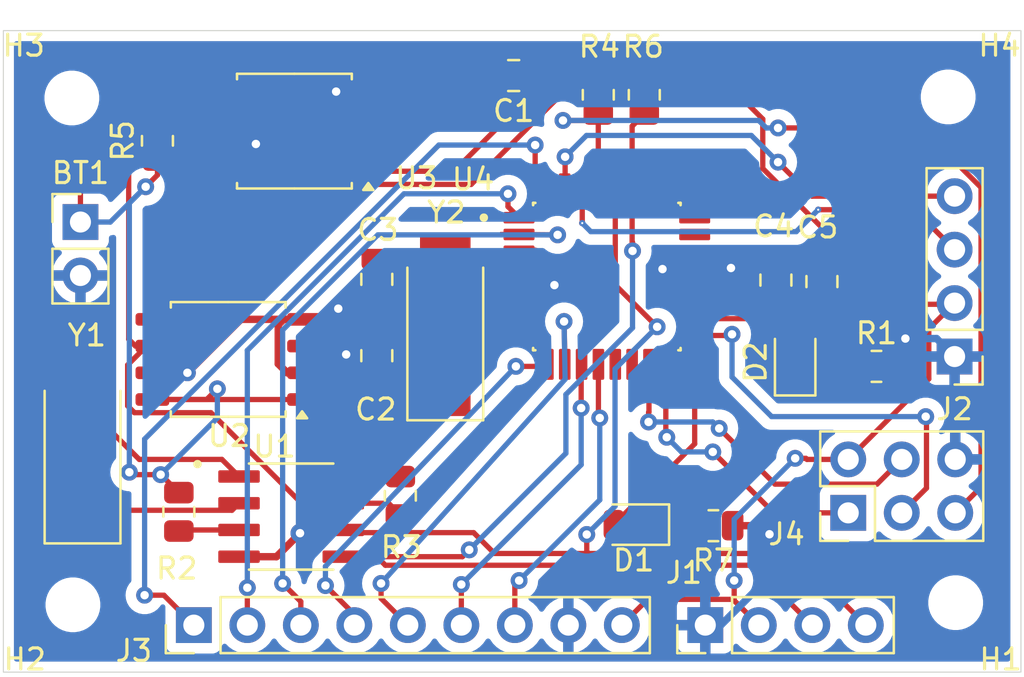
<source format=kicad_pcb>
(kicad_pcb (version 20240108) (generator "pcbnew") (generator_version "8.0")
  (title_block (title "${project_name}") (date "2025-02-08") (rev "1") (comment 1 "Afsal Lais") (comment 2 "2 layer version"))
  (layers (0 "F.Cu" signal) (31 "B.Cu" signal) (34 "B.Paste" user) (35 "F.Paste" user) (36 "B.SilkS" user "B.Silkscreen") (37 "F.SilkS" user "F.Silkscreen") (38 "B.Mask" user) (39 "F.Mask" user) (44 "Edge.Cuts" user))
  (property "project_name" "MCU Datalogger with memory and clock")
  (net 0 "")
  (net 1 "GND")
  (net 2 "/VCC")
  (net 3 "Net-(U4-PB7)")
  (net 4 "Net-(U4-PB6)")
  (net 5 "Net-(U4-AREF)")
  (net 6 "/SCK")
  (net 7 "Net-(D1-K)")
  (net 8 "Net-(D2-K)")
  (net 9 "/SCL")
  (net 10 "/SDA")
  (net 11 "/TX")
  (net 12 "/RX")
  (net 13 "/D8")
  (net 14 "/D7")
  (net 15 "/D4")
  (net 16 "/D2")
  (net 17 "/D6")
  (net 18 "/D3")
  (net 19 "/D5")
  (net 20 "/MOSI")
  (net 21 "/RESET")
  (net 22 "/MISO")
  (net 23 "Net-(U1-~{INTA})")
  (net 24 "Net-(U1-SQW{slash}~INT)")
  (net 25 "Net-(U1-X1)")
  (net 26 "Net-(U1-X2)")
  (footprint "Connector_PinHeader_2.54mm:PinHeader_2x03_P2.54mm_Vertical" (layer "F.Cu") (at 66.578 46.0756 90)
    (property "Reference" "J4" (at -1.016 -2.9256 180) (layer "F.SilkS"))
    (property "Value" "Conn_02x03_Odd_Even" (hide yes))
    (pad "1" thru_hole rect (at 0 0 90) (size 1.7 1.7) (drill 1) (layers "*.Cu" "*.Mask") (net 22 "/MISO"))
    (pad "2" thru_hole oval (at 2.54 0 90) (size 1.7 1.7) (drill 1) (layers "*.Cu" "*.Mask") (net 2 "/VCC"))
    (pad "3" thru_hole oval (at 0 2.54 90) (size 1.7 1.7) (drill 1) (layers "*.Cu" "*.Mask") (net 6 "/SCK"))
    (pad "4" thru_hole oval (at 2.54 2.54 90) (size 1.7 1.7) (drill 1) (layers "*.Cu" "*.Mask") (net 20 "/MOSI"))
    (pad "5" thru_hole oval (at 0 5.08 90) (size 1.7 1.7) (drill 1) (layers "*.Cu" "*.Mask") (net 21 "/RESET"))
    (pad "6" thru_hole oval (at 2.54 5.08 90) (size 1.7 1.7) (drill 1) (layers "*.Cu" "*.Mask") (net 1 "GND"))
  )
  (footprint "Capacitor_SMD:C_0805_2012Metric" (layer "F.Cu") (at 44.196 34.9808 -90)
    (property "Reference" "C3" (at -2.352 -0.0508 0) (layer "F.SilkS"))
    (property "Value" "22pF")
    (pad "1" smd roundrect (at -0.95 0 270) (size 1 1.45) (layers "F.Cu" "F.Paste" "F.Mask") (net 4 "Net-(U4-PB6)"))
    (pad "2" smd roundrect (at 0.95 0 270) (size 1 1.45) (layers "F.Cu" "F.Paste" "F.Mask") (net 1 "GND"))
  )
  (footprint "LED_SMD:LED_0805_2012Metric" (layer "F.Cu") (at 64.0588 38.8112 90)
    (property "Reference" "D2" (at -0.1016 -1.8796 90) (layer "F.SilkS"))
    (property "Value" "LED" (hide yes))
    (pad "1" smd roundrect (at -0.9375 0 90) (size 0.975 1.4) (layers "F.Cu" "F.Paste" "F.Mask") (net 8 "Net-(D2-K)"))
    (pad "2" smd roundrect (at 0.9375 0 90) (size 0.975 1.4) (layers "F.Cu" "F.Paste" "F.Mask") (net 2 "/VCC"))
  )
  (footprint "MountingHole:MountingHole_2.1mm" (layer "F.Cu") (at 71.3232 26.3144)
    (property "Reference" "H4" (at 2.4384 -2.4384 0) (layer "F.SilkS"))
    (property "Value" "MountingHole" (hide yes))
    (pad "" np_thru_hole circle (at 0 0) (size 2.1 2.1) (drill 2.1) (layers "*.Cu" "*.Mask"))
  )
  (footprint "Resistor_SMD:R_0805_2012Metric" (layer "F.Cu") (at 54.7116 26.2128 90)
    (property "Reference" "R4" (at 2.286 0.0508 180) (layer "F.SilkS"))
    (property "Value" "10K")
    (pad "1" smd roundrect (at -0.9125 0 90) (size 1.025 1.4) (layers "F.Cu" "F.Paste" "F.Mask") (roundrect_rratio 0.243902) (net 21 "/RESET"))
    (pad "2" smd roundrect (at 0.9125 0 90) (size 1.025 1.4) (layers "F.Cu" "F.Paste" "F.Mask") (roundrect_rratio 0.243902) (net 2 "/VCC"))
  )
  (footprint "Capacitor_SMD:C_0805_2012Metric" (layer "F.Cu") (at 44.196 38.608 -90)
    (property "Reference" "C2" (at 2.5552 0.0508 180) (layer "F.SilkS"))
    (property "Value" "22pF")
    (pad "1" smd roundrect (at -0.95 0 270) (size 1 1.45) (layers "F.Cu" "F.Paste" "F.Mask") (net 1 "GND"))
    (pad "2" smd roundrect (at 0.95 0 270) (size 1 1.45) (layers "F.Cu" "F.Paste" "F.Mask") (net 3 "Net-(U4-PB7)"))
  )
  (footprint "Connector_PinHeader_2.54mm:PinHeader_1x02_P2.54mm_Vertical" (layer "F.Cu") (at 30.126 32.258)
    (property "Reference" "BT1" (at 0 -2.33 0) (layer "F.SilkS"))
    (property "Value" "Battery")
    (pad "1" thru_hole rect (at 0 0) (size 1.7 1.7) (drill 1) (layers "*.Cu" "*.Mask") (net 2 "/VCC"))
    (pad "2" thru_hole oval (at 0 2.54) (size 1.7 1.7) (drill 1) (layers "*.Cu" "*.Mask") (net 1 "GND"))
  )
  (footprint "Resistor_SMD:R_0805_2012Metric" (layer "F.Cu") (at 56.896 26.2128 -90)
    (property "Reference" "R6" (at -2.286 0.0508 180) (layer "F.SilkS"))
    (property "Value" "4.7")
    (pad "1" smd roundrect (at -0.9125 0 270) (size 1.025 1.4) (layers "F.Cu" "F.Paste" "F.Mask") (roundrect_rratio 0.243902) (net 2 "/VCC"))
    (pad "2" smd roundrect (at 0.9125 0 270) (size 1.025 1.4) (layers "F.Cu" "F.Paste" "F.Mask") (roundrect_rratio 0.243902) (net 10 "/SDA"))
  )
  (footprint "Capacitor_SMD:C_0805_2012Metric" (layer "F.Cu") (at 50.694 25.2984 180)
    (property "Reference" "C1" (at 0 -1.68 0) (layer "F.SilkS"))
    (property "Value" "0.1uF")
    (pad "1" smd roundrect (at -0.95 0 180) (size 1 1.45) (layers "F.Cu" "F.Paste" "F.Mask") (net 2 "/VCC"))
    (pad "2" smd roundrect (at 0.95 0 180) (size 1 1.45) (layers "F.Cu" "F.Paste" "F.Mask") (net 1 "GND"))
  )
  (footprint "Connector_PinHeader_2.54mm:PinHeader_1x09_P2.54mm_Vertical" (layer "F.Cu") (at 35.5092 51.4096 90)
    (property "Reference" "J3" (at -1.2192 -2.8448 180) (layer "F.SilkS"))
    (property "Value" "Conn_01x09_Pin" (hide yes))
    (pad "1" thru_hole rect (at 0 0 90) (size 1.7 1.7) (drill 1) (layers "*.Cu" "*.Mask") (net 16 "/D2"))
    (pad "2" thru_hole oval (at 0 2.54 90) (size 1.7 1.7) (drill 1) (layers "*.Cu" "*.Mask") (net 18 "/D3"))
    (pad "3" thru_hole oval (at 0 5.08 90) (size 1.7 1.7) (drill 1) (layers "*.Cu" "*.Mask") (net 15 "/D4"))
    (pad "4" thru_hole oval (at 0 7.62 90) (size 1.7 1.7) (drill 1) (layers "*.Cu" "*.Mask") (net 19 "/D5"))
    (pad "5" thru_hole oval (at 0 10.16 90) (size 1.7 1.7) (drill 1) (layers "*.Cu" "*.Mask") (net 17 "/D6"))
    (pad "6" thru_hole oval (at 0 12.7 90) (size 1.7 1.7) (drill 1) (layers "*.Cu" "*.Mask") (net 14 "/D7"))
    (pad "7" thru_hole oval (at 0 15.24 90) (size 1.7 1.7) (drill 1) (layers "*.Cu" "*.Mask") (net 13 "/D8"))
    (pad "8" thru_hole oval (at 0 17.78 90) (size 1.7 1.7) (drill 1) (layers "*.Cu" "*.Mask") (net 1 "GND"))
    (pad "9" thru_hole oval (at 0 20.32 90) (size 1.7 1.7) (drill 1) (layers "*.Cu" "*.Mask") (net 2 "/VCC"))
  )
  (footprint "Resistor_SMD:R_0805_2012Metric" (layer "F.Cu") (at 60.1768 46.6852 180)
    (property "Reference" "R7" (at 0 -1.65 0) (layer "F.SilkS"))
    (property "Value" "330")
    (pad "1" smd roundrect (at -0.9125 0 180) (size 1.025 1.4) (layers "F.Cu" "F.Paste" "F.Mask") (roundrect_rratio 0.243902) (net 1 "GND"))
    (pad "2" smd roundrect (at 0.9125 0 180) (size 1.025 1.4) (layers "F.Cu" "F.Paste" "F.Mask") (roundrect_rratio 0.243902) (net 7 "Net-(D1-K)"))
  )
  (footprint "Capacitor_SMD:C_0805_2012Metric" (layer "F.Cu") (at 63.1444 35.0164 90)
    (property "Reference" "C4" (at 2.5552 -0.1016 180) (layer "F.SilkS"))
    (property "Value" "0.1uF")
    (pad "1" smd roundrect (at -0.95 0 90) (size 1 1.45) (layers "F.Cu" "F.Paste" "F.Mask") (net 5 "Net-(U4-AREF)"))
    (pad "2" smd roundrect (at 0.95 0 90) (size 1 1.45) (layers "F.Cu" "F.Paste" "F.Mask") (net 1 "GND"))
  )
  (footprint "Resistor_SMD:R_0805_2012Metric" (layer "F.Cu") (at 67.9177 39.116)
    (property "Reference" "R1" (at 0.0019 -1.5748 0) (layer "F.SilkS"))
    (property "Value" "330")
    (pad "1" smd roundrect (at -0.9125 0) (size 1.025 1.4) (layers "F.Cu" "F.Paste" "F.Mask") (roundrect_rratio 0.243902) (net 8 "Net-(D2-K)"))
    (pad "2" smd roundrect (at 0.9125 0) (size 1.025 1.4) (layers "F.Cu" "F.Paste" "F.Mask") (roundrect_rratio 0.243902) (net 1 "GND"))
  )
  (footprint "MountingHole:MountingHole_2.1mm" (layer "F.Cu") (at 71.6788 50.3428)
    (property "Reference" "H1" (at 2.1336 2.6924 0) (layer "F.SilkS"))
    (property "Value" "MountingHole" (hide yes))
    (pad "" np_thru_hole circle (at 0 0) (size 2.1 2.1) (drill 2.1) (layers "*.Cu" "*.Mask"))
  )
  (footprint "ATMEGA328P-AU:QFP80P900X900X120-32N" (layer "F.Cu") (at 55.118 34.8488)
    (property "Reference" "U4" (at -6.35 -4.6228 0) (layer "F.SilkS"))
    (property "Value" "ATMEGA328P-AU")
    (pad "1" smd roundrect (at -4.17 -2.8) (size 1.47 0.55) (layers "F.Cu" "F.Paste" "F.Mask") (roundrect_rratio 0.125) (net 18 "/D3"))
    (pad "2" smd roundrect (at -4.17 -2) (size 1.47 0.55) (layers "F.Cu" "F.Paste" "F.Mask") (roundrect_rratio 0.125) (net 15 "/D4"))
    (pad "3" smd roundrect (at -4.17 -1.2) (size 1.47 0.55) (layers "F.Cu" "F.Paste" "F.Mask") (roundrect_rratio 0.125) (net 1 "GND"))
    (pad "4" smd roundrect (at -4.17 -0.4) (size 1.47 0.55) (layers "F.Cu" "F.Paste" "F.Mask") (roundrect_rratio 0.125))
    (pad "5" smd roundrect (at -4.17 0.4) (size 1.47 0.55) (layers "F.Cu" "F.Paste" "F.Mask") (roundrect_rratio 0.125) (net 1 "GND"))
    (pad "6" smd roundrect (at -4.17 1.2) (size 1.47 0.55) (layers "F.Cu" "F.Paste" "F.Mask") (roundrect_rratio 0.125))
    (pad "7" smd roundrect (at -4.17 2) (size 1.47 0.55) (layers "F.Cu" "F.Paste" "F.Mask") (roundrect_rratio 0.125) (net 4 "Net-(U4-PB6)"))
    (pad "8" smd roundrect (at -4.17 2.8) (size 1.47 0.55) (layers "F.Cu" "F.Paste" "F.Mask") (roundrect_rratio 0.125) (net 3 "Net-(U4-PB7)"))
    (pad "9" smd roundrect (at -2.8 4.17) (size 0.55 1.47) (layers "F.Cu" "F.Paste" "F.Mask") (roundrect_rratio 0.125) (net 19 "/D5"))
    (pad "10" smd roundrect (at -2 4.17) (size 0.55 1.47) (layers "F.Cu" "F.Paste" "F.Mask") (roundrect_rratio 0.125) (net 17 "/D6"))
    (pad "11" smd roundrect (at -1.2 4.17) (size 0.55 1.47) (layers "F.Cu" "F.Paste" "F.Mask") (roundrect_rratio 0.125) (net 14 "/D7"))
    (pad "12" smd roundrect (at -0.4 4.17) (size 0.55 1.47) (layers "F.Cu" "F.Paste" "F.Mask") (roundrect_rratio 0.125) (net 13 "/D8"))
    (pad "13" smd roundrect (at 0.4 4.17) (size 0.55 1.47) (layers "F.Cu" "F.Paste" "F.Mask") (roundrect_rratio 0.125))
    (pad "14" smd roundrect (at 1.2 4.17) (size 0.55 1.47) (layers "F.Cu" "F.Paste" "F.Mask") (roundrect_rratio 0.125))
    (pad "15" smd roundrect (at 2 4.17) (size 0.55 1.47) (layers "F.Cu" "F.Paste" "F.Mask") (roundrect_rratio 0.125) (net 20 "/MOSI"))
    (pad "16" smd roundrect (at 2.8 4.17) (size 0.55 1.47) (layers "F.Cu" "F.Paste" "F.Mask") (roundrect_rratio 0.125) (net 22 "/MISO"))
    (pad "17" smd roundrect (at 4.17 2.8) (size 1.47 0.55) (layers "F.Cu" "F.Paste" "F.Mask") (roundrect_rratio 0.125) (net 6 "/SCK"))
    (pad "18" smd roundrect (at 4.17 2) (size 1.47 0.55) (layers "F.Cu" "F.Paste" "F.Mask") (roundrect_rratio 0.125) (net 2 "/VCC"))
    (pad "19" smd roundrect (at 4.17 1.2) (size 1.47 0.55) (layers "F.Cu" "F.Paste" "F.Mask") (roundrect_rratio 0.125))
    (pad "20" smd roundrect (at 4.17 0.4) (size 1.47 0.55) (layers "F.Cu" "F.Paste" "F.Mask") (roundrect_rratio 0.125) (net 5 "Net-(U4-AREF)"))
    (pad "21" smd roundrect (at 4.17 -0.4) (size 1.47 0.55) (layers "F.Cu" "F.Paste" "F.Mask") (roundrect_rratio 0.125) (net 1 "GND"))
    (pad "22" smd roundrect (at 4.17 -1.2) (size 1.47 0.55) (layers "F.Cu" "F.Paste" "F.Mask") (roundrect_rratio 0.125))
    (pad "23" smd roundrect (at 4.17 -2) (size 1.47 0.55) (layers "F.Cu" "F.Paste" "F.Mask") (roundrect_rratio 0.125))
    (pad "24" smd roundrect (at 4.17 -2.8) (size 1.47 0.55) (layers "F.Cu" "F.Paste" "F.Mask") (roundrect_rratio 0.125))
    (pad "25" smd roundrect (at 2.8 -4.17) (size 0.55 1.47) (layers "F.Cu" "F.Paste" "F.Mask") (roundrect_rratio 0.125))
    (pad "26" smd roundrect (at 2 -4.17) (size 0.55 1.47) (layers "F.Cu" "F.Paste" "F.Mask") (roundrect_rratio 0.125))
    (pad "27" smd roundrect (at 1.2 -4.17) (size 0.55 1.47) (layers "F.Cu" "F.Paste" "F.Mask") (roundrect_rratio 0.125) (net 10 "/SDA"))
    (pad "28" smd roundrect (at 0.4 -4.17) (size 0.55 1.47) (layers "F.Cu" "F.Paste" "F.Mask") (roundrect_rratio 0.125) (net 9 "/SCL"))
    (pad "29" smd roundrect (at -0.4 -4.17) (size 0.55 1.47) (layers "F.Cu" "F.Paste" "F.Mask") (roundrect_rratio 0.125) (net 21 "/RESET"))
    (pad "30" smd roundrect (at -1.2 -4.17) (size 0.55 1.47) (layers "F.Cu" "F.Paste" "F.Mask") (roundrect_rratio 0.125) (net 12 "/RX"))
    (pad "31" smd roundrect (at -2 -4.17) (size 0.55 1.47) (layers "F.Cu" "F.Paste" "F.Mask") (roundrect_rratio 0.125) (net 11 "/TX"))
    (pad "32" smd roundrect (at -2.8 -4.17) (size 0.55 1.47) (layers "F.Cu" "F.Paste" "F.Mask") (roundrect_rratio 0.125) (net 16 "/D2"))
  )
  (footprint "MountingHole:MountingHole_2.1mm" (layer "F.Cu") (at 29.7688 50.4444)
    (property "Reference" "H2" (at -2.286 2.5908 0) (layer "F.SilkS"))
    (property "Value" "MountingHole" (hide yes))
    (pad "" np_thru_hole circle (at 0 0) (size 2.1 2.1) (drill 2.1) (layers "*.Cu" "*.Mask"))
  )
  (footprint "MountingHole:MountingHole_2.1mm" (layer "F.Cu") (at 29.718 26.3652)
    (property "Reference" "H3" (at -2.286 -2.4892 0) (layer "F.SilkS"))
    (property "Value" "MountingHole" (hide yes))
    (pad "" np_thru_hole circle (at 0 0) (size 2.1 2.1) (drill 2.1) (layers "*.Cu" "*.Mask"))
  )
  (footprint "LED_SMD:LED_0805_2012Metric" (layer "F.Cu") (at 56.388 46.6344 180)
    (property "Reference" "D1" (at 0 -1.7008 0) (layer "F.SilkS"))
    (property "Value" "LED")
    (pad "1" smd roundrect (at -0.9375 0 180) (size 0.975 1.4) (layers "F.Cu" "F.Paste" "F.Mask") (net 7 "Net-(D1-K)"))
    (pad "2" smd roundrect (at 0.9375 0 180) (size 0.975 1.4) (layers "F.Cu" "F.Paste" "F.Mask") (net 6 "/SCK"))
  )
  (footprint "Crystal:Crystal_SMD_5032-2Pin_5.0x3.2mm_HandSoldering" (layer "F.Cu") (at 30.226 42.9768 90)
    (property "Reference" "Y1" (at 5.334 0.2032 180) (layer "F.SilkS"))
    (property "Value" "32.768 KHz")
    (pad "1" smd rect (at -2.6 0 90) (size 3.5 2.4) (layers "F.Cu" "F.Paste" "F.Mask") (net 26 "Net-(U1-X2)"))
    (pad "2" smd rect (at 2.6 0 90) (size 3.5 2.4) (layers "F.Cu" "F.Paste" "F.Mask") (net 25 "Net-(U1-X1)"))
  )
  (footprint "Connector_PinHeader_2.54mm:PinHeader_1x04_P2.54mm_Vertical" (layer "F.Cu") (at 71.628 38.6488 180)
    (property "Reference" "J2" (at 0 -2.4992 0) (layer "F.SilkS"))
    (property "Value" "Conn_01x04_Pin" (hide yes))
    (pad "1" thru_hole rect (at 0 0 180) (size 1.7 1.7) (drill 1) (layers "*.Cu" "*.Mask") (net 1 "GND"))
    (pad "2" thru_hole oval (at 0 2.54 180) (size 1.7 1.7) (drill 1) (layers "*.Cu" "*.Mask") (net 2 "/VCC"))
    (pad "3" thru_hole oval (at 0 5.08 180) (size 1.7 1.7) (drill 1) (layers "*.Cu" "*.Mask") (net 12 "/RX"))
    (pad "4" thru_hole oval (at 0 7.62 180) (size 1.7 1.7) (drill 1) (layers "*.Cu" "*.Mask") (net 11 "/TX"))
  )
  (footprint "Connector_PinHeader_2.54mm:PinHeader_1x04_P2.54mm_Vertical" (layer "F.Cu") (at 59.7916 51.4096 90)
    (property "Reference" "J1" (at 2.4892 -1.016 0) (layer "F.SilkS"))
    (property "Value" "Conn_01x04_Pin" (hide yes))
    (pad "1" thru_hole rect (at 0 0 90) (size 1.7 1.7) (drill 1) (layers "*.Cu" "*.Mask") (net 1 "GND"))
    (pad "2" thru_hole oval (at 0 2.54 90) (size 1.7 1.7) (drill 1) (layers "*.Cu" "*.Mask") (net 2 "/VCC"))
    (pad "3" thru_hole oval (at 0 5.08 90) (size 1.7 1.7) (drill 1) (layers "*.Cu" "*.Mask") (net 10 "/SDA"))
    (pad "4" thru_hole oval (at 0 7.62 90) (size 1.7 1.7) (drill 1) (layers "*.Cu" "*.Mask") (net 9 "/SCL"))
  )
  (footprint "Resistor_SMD:R_0805_2012Metric" (layer "F.Cu") (at 45.3136 45.2647 -90)
    (property "Reference" "R3" (at 2.4365 -0.0508 180) (layer "F.SilkS"))
    (property "Value" "10K")
    (pad "1" smd roundrect (at -0.9125 0 270) (size 1.025 1.4) (layers "F.Cu" "F.Paste" "F.Mask") (roundrect_rratio 0.243902) (net 2 "/VCC"))
    (pad "2" smd roundrect (at 0.9125 0 270) (size 1.025 1.4) (layers "F.Cu" "F.Paste" "F.Mask") (roundrect_rratio 0.243902) (net 24 "Net-(U1-SQW{slash}~INT)"))
  )
  (footprint "Resistor_SMD:R_0805_2012Metric" (layer "F.Cu") (at 34.798 46.0267 -90)
    (property "Reference" "R2" (at 2.6905 0.1016 180) (layer "F.SilkS"))
    (property "Value" "10K")
    (pad "1" smd roundrect (at -0.9125 0 270) (size 1.025 1.4) (layers "F.Cu" "F.Paste" "F.Mask") (roundrect_rratio 0.243902) (net 2 "/VCC"))
    (pad "2" smd roundrect (at 0.9125 0 270) (size 1.025 1.4) (layers "F.Cu" "F.Paste" "F.Mask") (roundrect_rratio 0.243902) (net 23 "Net-(U1-~{INTA})"))
  )
  (footprint "Crystal:Crystal_SMD_5032-2Pin_5.0x3.2mm_HandSoldering" (layer "F.Cu") (at 47.4472 37.1256 90)
    (property "Reference" "Y2" (at 5.3248 0.0508 180) (layer "F.SilkS"))
    (property "Value" "16 MHz")
    (pad "1" smd rect (at -2.6 0 90) (size 3.5 2.4) (layers "F.Cu" "F.Paste" "F.Mask") (net 3 "Net-(U4-PB7)"))
    (pad "2" smd rect (at 2.6 0 90) (size 3.5 2.4) (layers "F.Cu" "F.Paste" "F.Mask") (net 4 "Net-(U4-PB6)"))
  )
  (footprint "Resistor_SMD:R_0805_2012Metric" (layer "F.Cu") (at 33.782 28.3991 90)
    (property "Reference" "R5" (at 0 -1.65 90) (layer "F.SilkS"))
    (property "Value" "4.7K")
    (pad "1" smd roundrect (at -0.9125 0 90) (size 1.025 1.4) (layers "F.Cu" "F.Paste" "F.Mask") (roundrect_rratio 0.243902) (net 2 "/VCC"))
    (pad "2" smd roundrect (at 0.9125 0 90) (size 1.025 1.4) (layers "F.Cu" "F.Paste" "F.Mask") (roundrect_rratio 0.243902) (net 9 "/SCL"))
  )
  (footprint "Package_SO:SOIC-8_5.23x5.23mm_P1.27mm" (layer "F.Cu") (at 40.2844 27.94 180)
    (property "Reference" "U3" (at -5.7912 -2.2352 0) (layer "F.SilkS"))
    (property "Value" "24LC1025")
    (pad "1" smd roundrect (at -3.6 -1.905 180) (size 1.6 0.6) (layers "F.Cu" "F.Paste" "F.Mask") (net 2 "/VCC"))
    (pad "2" smd roundrect (at -3.6 -0.635 180) (size 1.6 0.6) (layers "F.Cu" "F.Paste" "F.Mask") (net 2 "/VCC"))
    (pad "3" smd roundrect (at -3.6 0.635 180) (size 1.6 0.6) (layers "F.Cu" "F.Paste" "F.Mask") (net 2 "/VCC"))
    (pad "4" smd roundrect (at -3.6 1.905 180) (size 1.6 0.6) (layers "F.Cu" "F.Paste" "F.Mask") (net 1 "GND"))
    (pad "5" smd roundrect (at 3.6 1.905 180) (size 1.6 0.6) (layers "F.Cu" "F.Paste" "F.Mask") (net 10 "/SDA"))
    (pad "6" smd roundrect (at 3.6 0.635 180) (size 1.6 0.6) (layers "F.Cu" "F.Paste" "F.Mask") (net 9 "/SCL"))
    (pad "7" smd roundrect (at 3.6 -0.635 180) (size 1.6 0.6) (layers "F.Cu" "F.Paste" "F.Mask") (net 1 "GND"))
    (pad "8" smd roundrect (at 3.6 -1.905 180) (size 1.6 0.6) (layers "F.Cu" "F.Paste" "F.Mask") (net 2 "/VCC"))
  )
  (footprint "Package_SO:SOIC-8_5.23x5.23mm_P1.27mm" (layer "F.Cu") (at 37.1416 38.7858 180)
    (property "Reference" "U2" (at -0.044 -3.6322 0) (layer "F.SilkS"))
    (property "Value" "24LC1025")
    (pad "1" smd roundrect (at -3.6 -1.905 180) (size 1.6 0.6) (layers "F.Cu" "F.Paste" "F.Mask") (net 2 "/VCC"))
    (pad "2" smd roundrect (at -3.6 -0.635 180) (size 1.6 0.6) (layers "F.Cu" "F.Paste" "F.Mask") (net 1 "GND"))
    (pad "3" smd roundrect (at -3.6 0.635 180) (size 1.6 0.6) (layers "F.Cu" "F.Paste" "F.Mask") (net 2 "/VCC"))
    (pad "4" smd roundrect (at -3.6 1.905 180) (size 1.6 0.6) (layers "F.Cu" "F.Paste" "F.Mask") (net 1 "GND"))
    (pad "5" smd roundrect (at 3.6 1.905 180) (size 1.6 0.6) (layers "F.Cu" "F.Paste" "F.Mask") (net 10 "/SDA"))
    (pad "6" smd roundrect (at 3.6 0.635 180) (size 1.6 0.6) (layers "F.Cu" "F.Paste" "F.Mask") (net 9 "/SCL"))
    (pad "7" smd roundrect (at 3.6 -0.635 180) (size 1.6 0.6) (layers "F.Cu" "F.Paste" "F.Mask") (net 1 "GND"))
    (pad "8" smd roundrect (at 3.6 -1.905 180) (size 1.6 0.6) (layers "F.Cu" "F.Paste" "F.Mask") (net 2 "/VCC"))
  )
  (footprint "Capacitor_SMD:C_0805_2012Metric" (layer "F.Cu") (at 65.3288 35.0876 90)
    (property "Reference" "C5" (at 2.5756 -0.2032 180) (layer "F.SilkS"))
    (property "Value" "100nF")
    (pad "1" smd roundrect (at -0.95 0 90) (size 1 1.45) (layers "F.Cu" "F.Paste" "F.Mask") (net 2 "/VCC"))
    (pad "2" smd roundrect (at 0.95 0 90) (size 1 1.45) (layers "F.Cu" "F.Paste" "F.Mask") (net 1 "GND"))
  )
  (footprint "DS1337S_T_R:SOIC127P600X175-8N" (layer "F.Cu") (at 40.1298 46.2534)
    (property "Reference" "U1" (at -0.795 -3.332 0) (layer "F.SilkS"))
    (property "Value" "DS1337S_T_R" (hide yes))
    (pad "1" smd roundrect (at -2.475 -1.905) (size 1.97 0.59) (layers "F.Cu" "F.Paste" "F.Mask") (roundrect_rratio 0.125) (net 25 "Net-(U1-X1)"))
    (pad "2" smd roundrect (at -2.475 -0.635) (size 1.97 0.59) (layers "F.Cu" "F.Paste" "F.Mask") (roundrect_rratio 0.125) (net 26 "Net-(U1-X2)"))
    (pad "3" smd roundrect (at -2.475 0.635) (size 1.97 0.59) (layers "F.Cu" "F.Paste" "F.Mask") (roundrect_rratio 0.125) (net 23 "Net-(U1-~{INTA})"))
    (pad "4" smd roundrect (at -2.475 1.905) (size 1.97 0.59) (layers "F.Cu" "F.Paste" "F.Mask") (roundrect_rratio 0.125) (net 1 "GND"))
    (pad "5" smd roundrect (at 2.475 1.905) (size 1.97 0.59) (layers "F.Cu" "F.Paste" "F.Mask") (roundrect_rratio 0.125) (net 10 "/SDA"))
    (pad "6" smd roundrect (at 2.475 0.635) (size 1.97 0.59) (layers "F.Cu" "F.Paste" "F.Mask") (roundrect_rratio 0.125) (net 9 "/SCL"))
    (pad "7" smd roundrect (at 2.475 -0.635) (size 1.97 0.59) (layers "F.Cu" "F.Paste" "F.Mask") (roundrect_rratio 0.125) (net 24 "Net-(U1-SQW{slash}~INT)"))
    (pad "8" smd roundrect (at 2.475 -1.905) (size 1.97 0.59) (layers "F.Cu" "F.Paste" "F.Mask") (roundrect_rratio 0.125) (net 2 "/VCC"))
  )
  (gr_rect (start 26.4668 23.1629) (end 74.7776 53.6429) (stroke (width 0.05)) (fill none) (layer "Edge.Cuts"))
  (segment (start 36.7098 28.5496) (end 36.6844 28.575) (width 0.35) (layer "F.Cu") (net 1))
  (segment (start 40.7416 36.8808) (end 41.8592 36.8808) (width 0.35) (layer "F.Cu") (net 1))
  (segment (start 43.8844 26.035) (end 49.0074 26.035) (width 0.35) (layer "F.Cu") (net 1))
  (segment (start 57.7596 34.4932) (end 59.2436 34.4932) (width 0.35) (layer "F.Cu") (net 1))
  (segment (start 41.8592 36.8808) (end 42.3672 36.3728) (width 0.35) (layer "F.Cu") (net 1))
  (segment (start 61.0044 34.4488) (end 59.288 34.4488) (width 0.35) (layer "F.Cu") (net 1))
  (segment (start 68.8302 38.2562) (end 69.2912 37.7952) (width 0.35) (layer "F.Cu") (net 1))
  (segment (start 42.3672 36.3728) (end 43.754 36.3728) (width 0.35) (layer "F.Cu") (net 1))
  (segment (start 44.196 35.9308) (end 44.196 37.658) (width 0.35) (layer "F.Cu") (net 1))
  (segment (start 68.8302 39.116) (end 68.8302 38.2562) (width 0.35) (layer "F.Cu") (net 1))
  (segment (start 49.0074 26.035) (end 49.744 25.2984) (width 0.35) (layer "F.Cu") (net 1))
  (segment (start 38.4556 28.5496) (end 36.7098 28.5496) (width 0.35) (layer "F.Cu") (net 1))
  (segment (start 61.0108 34.4424) (end 61.0044 34.4488) (width 0.35) (layer "F.Cu") (net 1))
  (segment (start 51.720672 33.6488) (end 50.948 33.6488) (width 0.35) (layer "F.Cu") (net 1))
  (segment (start 39.5166 38.995799) (end 39.5166 37.1406) (width 0.35) (layer "F.Cu") (net 1))
  (segment (start 62.5284 34.4488) (end 61.0172 34.4488) (width 0.35) (layer "F.Cu") (net 1))
  (segment (start 39.7764 36.8808) (end 40.7416 36.8808) (width 0.35) (layer "F.Cu") (net 1))
  (segment (start 61.0893 46.6852) (end 62.4332 46.6852) (width 0.35) (layer "F.Cu") (net 1))
  (segment (start 65.2576 34.0664) (end 65.3288 34.1376) (width 0.35) (layer "F.Cu") (net 1))
  (segment (start 37.7444 36.8808) (end 35.2044 39.4208) (width 0.35) (layer "F.Cu") (net 1))
  (segment (start 71.658 43.5356) (end 71.658 38.6788) (width 0.35) (layer "F.Cu") (net 1))
  (segment (start 43.754 36.3728) (end 44.196 35.9308) (width 0.35) (layer "F.Cu") (net 1))
  (segment (start 52.6288 34.556928) (end 51.720672 33.6488) (width 0.35) (layer "F.Cu") (net 1))
  (segment (start 62.4332 46.6852) (end 62.8396 47.0916) (width 0.35) (layer "F.Cu") (net 1))
  (segment (start 61.0172 34.4488) (end 61.0108 34.4424) (width 0.35) (layer "F.Cu") (net 1))
  (segment (start 71.658 38.6788) (end 71.628 38.6488) (width 0.35) (layer "F.Cu") (net 1))
  (segment (start 59.2436 34.4932) (end 59.288 34.4488) (width 0.35) (layer "F.Cu") (net 1))
  (segment (start 39.5166 37.1406) (end 39.7764 36.8808) (width 0.35) (layer "F.Cu") (net 1))
  (segment (start 63.1444 34.0664) (end 62.9108 34.0664) (width 0.35) (layer "F.Cu") (net 1))
  (segment (start 50.9544 35.2552) (end 50.948 35.2488) (width 0.35) (layer "F.Cu") (net 1))
  (segment (start 39.433 48.1584) (end 40.5506 47.0408) (width 0.35) (layer "F.Cu") (net 1))
  (segment (start 52.6288 35.2552) (end 52.6288 34.556928) (width 0.35) (layer "F.Cu") (net 1))
  (segment (start 40.7416 39.4208) (end 39.941601 39.4208) (width 0.35) (layer "F.Cu") (net 1))
  (segment (start 39.941601 39.4208) (end 39.5166 38.995799) (width 0.35) (layer "F.Cu") (net 1))
  (segment (start 63.1444 34.0664) (end 65.2576 34.0664) (width 0.35) (layer "F.Cu") (net 1))
  (segment (start 35.2044 39.4208) (end 33.5416 39.4208) (width 0.35) (layer "F.Cu") (net 1))
  (segment (start 42.7416 38.549255) (end 42.7416 36.7472) (width 0.35) (layer "F.Cu") (net 1))
  (segment (start 42.7416 36.7472) (end 42.3672 36.3728) (width 0.35) (layer "F.Cu") (net 1))
  (segment (start 43.859 26.0604) (end 43.8844 26.035) (width 0.35) (layer "F.Cu") (net 1))
  (segment (start 40.7416 36.8808) (end 37.7444 36.8808) (width 0.35) (layer "F.Cu") (net 1))
  (segment (start 62.9108 34.0664) (end 62.5284 34.4488) (width 0.35) (layer "F.Cu") (net 1))
  (segment (start 37.6548 48.1584) (end 39.433 48.1584) (width 0.35) (layer "F.Cu") (net 1))
  (segment (start 42.2656 26.0604) (end 43.859 26.0604) (width 0.35) (layer "F.Cu") (net 1))
  (segment (start 52.6288 35.2552) (end 50.9544 35.2552) (width 0.35) (layer "F.Cu") (net 1))
  (via (at 40.5506 47.0408) (size 0.9) (drill 0.4) (layers "F.Cu" "B.Cu") (net 1))
  (via (at 62.8396 47.0916) (size 0.9) (drill 0.4) (layers "F.Cu" "B.Cu") (net 1))
  (via (at 57.7596 34.4932) (size 0.8) (drill 0.4) (layers "F.Cu" "B.Cu") (net 1))
  (via (at 38.4556 28.5496) (size 0.8) (drill 0.4) (layers "F.Cu" "B.Cu") (net 1))
  (via (at 69.2912 37.7952) (size 0.9) (drill 0.4) (layers "F.Cu" "B.Cu") (net 1))
  (via (at 52.6288 35.2552) (size 0.8) (drill 0.4) (layers "F.Cu" "B.Cu") (net 1))
  (via (at 61.0108 34.4424) (size 0.8) (drill 0.4) (layers "F.Cu" "B.Cu") (net 1))
  (via (at 42.3672 36.3728) (size 0.8) (drill 0.4) (layers "F.Cu" "B.Cu") (net 1))
  (via (at 42.2656 26.0604) (size 0.8) (drill 0.4) (layers "F.Cu" "B.Cu") (net 1))
  (via (at 35.2044 39.4208) (size 0.8) (drill 0.4) (layers "F.Cu" "B.Cu") (net 1))
  (via (at 42.7416 38.549255) (size 0.9) (drill 0.4) (layers "F.Cu" "B.Cu") (net 1))
  (segment (start 69.2912 37.7952) (end 70.7744 37.7952) (width 0.35) (layer "B.Cu") (net 1))
  (segment (start 40.5506 40.8498) (end 40.5506 47.0408) (width 0.35) (layer "B.Cu") (net 1))
  (segment (start 70.7744 37.7952) (end 71.628 38.6488) (width 0.35) (layer "B.Cu") (net 1))
  (segment (start 62.8396 47.0916) (end 62.8396 49.098477) (width 0.35) (layer "B.Cu") (net 1))
  (segment (start 42.7416 38.549255) (end 42.7416 38.6588) (width 0.35) (layer "B.Cu") (net 1))
  (segment (start 42.7416 38.6588) (end 40.5506 40.8498) (width 0.35) (layer "B.Cu") (net 1))
  (segment (start 60.528477 51.4096) (end 59.7916 51.4096) (width 0.35) (layer "B.Cu") (net 1))
  (segment (start 62.8396 49.098477) (end 60.528477 51.4096) (width 0.35) (layer "B.Cu") (net 1))
  (segment (start 71.5722 36.1646) (end 67.6558 36.1646) (width 0.25) (layer "F.Cu") (net 2))
  (segment (start 57.0542 50.1846) (end 61.1066 50.1846) (width 0.25) (layer "F.Cu") (net 2))
  (segment (start 43.8844 27.305) (end 43.8844 28.575) (width 0.25) (layer "F.Cu") (net 2))
  (segment (start 45.3098 44.3484) (end 45.3136 44.3522) (width 0.25) (layer "F.Cu") (net 2))
  (segment (start 61.1632 50.2412) (end 61.1632 49.2898) (width 0.25) (layer "F.Cu") (net 2))
  (segment (start 42.6048 44.3484) (end 45.3098 44.3484) (width 0.25) (layer "F.Cu") (net 2))
  (segment (start 51.644 26.06) (end 51.644 25.2984) (width 0.25) (layer "F.Cu") (net 2))
  (segment (start 33.782 30.0228) (end 33.2232 30.5816) (width 0.25) (layer "F.Cu") (net 2))
  (segment (start 62.520758 27.367158) (end 62.520758 29.713748) (width 0.25) (layer "F.Cu") (net 2))
  (segment (start 30.126 32.258) (end 30.126 29.61) (width 0.25) (layer "F.Cu") (net 2))
  (segment (start 43.8844 28.575) (end 43.8844 29.845) (width 0.25) (layer "F.Cu") (net 2))
  (segment (start 56.896 25.3003) (end 58.0117 25.3003) (width 0.25) (layer "F.Cu") (net 2))
  (segment (start 51.644 25.2984) (end 54.7097 25.2984) (width 0.25) (layer "F.Cu") (net 2))
  (segment (start 42.6048 44.3484) (end 41.9166 43.6602) (width 0.25) (layer "F.Cu") (net 2))
  (segment (start 36.1188 40.6908) (end 36.6268 40.1828) (width 0.25) (layer "F.Cu") (net 2))
  (segment (start 66.4288 34.9376) (end 65.3288 36.0376) (width 0.25) (layer "F.Cu") (net 2))
  (segment (start 71.628 36.1088) (end 71.5722 36.1646) (width 0.25) (layer "F.Cu") (net 2))
  (segment (start 67.6558 36.1646) (end 66.4288 34.9376) (width 0.25) (layer "F.Cu") (net 2))
  (segment (start 61.1066 50.1846) (end 62.3316 51.4096) (width 0.25) (layer "F.Cu") (net 2))
  (segment (start 33.782 29.3116) (end 33.782 30.0228) (width 0.25) (layer "F.Cu") (net 2))
  (segment (start 32.5628 44.2606) (end 32.4474 44.1452) (width 0.25) (layer "F.Cu") (net 2))
  (segment (start 32.8674 40.6908) (end 36.1188 40.6908) (width 0.25) (layer "F.Cu") (net 2))
  (segment (start 70.403 37.3338) (end 71.628 36.1088) (width 0.25) (layer "F.Cu") (net 2))
  (segment (start 33.9344 44.2606) (end 33.9444 44.2606) (width 0.25) (layer "F.Cu") (net 2))
  (segment (start 33.5416 40.6908) (end 32.8674 40.6908) (width 0.25) (layer "F.Cu") (net 2))
  (segment (start 35.6568 24.0792) (end 59.2328 24.0792) (width 0.25) (layer "F.Cu") (net 2))
  (segment (start 55.8292 51.4096) (end 57.0542 50.1846) (width 0.25) (layer "F.Cu") (net 2))
  (segment (start 63.0339 36.8488) (end 59.288 36.8488) (width 0.25) (layer "F.Cu") (net 2))
  (segment (start 30.126 29.61) (end 35.6568 24.0792) (width 0.25) (layer "F.Cu") (net 2))
  (segment (start 66.578 43.5356) (end 70.403 39.7106) (width 0.25) (layer "F.Cu") (net 2))
  (segment (start 64.0588 43.4848) (end 64.5668 43.4848) (width 0.25) (layer "F.Cu") (net 2))
  (segment (start 64.0588 37.8737) (end 64.0588 37.3076) (width 0.25) (layer "F.Cu") (net 2))
  (segment (start 47.859 29.845) (end 51.644 26.06) (width 0.25) (layer "F.Cu") (net 2))
  (segment (start 36.151 29.3116) (end 36.6844 29.845) (width 0.25) (layer "F.Cu") (net 2))
  (segment (start 33.9344 44.2606) (end 32.5628 44.2606) (width 0.25) (layer "F.Cu") (net 2))
  (segment (start 56.896 25.3003) (end 54.7116 25.3003) (width 0.25) (layer "F.Cu") (net 2))
  (segment (start 62.3316 51.4096) (end 61.1632 50.2412) (width 0.25) (layer "F.Cu") (net 2))
  (segment (start 40.7416 38.1508) (end 41.541599 38.1508) (width 0.25) (layer "F.Cu") (net 2))
  (segment (start 41.9166 38.525801) (end 41.9166 40.4302) (width 0.25) (layer "F.Cu") (net 2))
  (segment (start 64.5668 43.4848) (end 64.6176 43.5356) (width 0.25) (layer "F.Cu") (net 2))
  (segment (start 64.6176 43.5356) (end 66.578 43.5356) (width 0.25) (layer "F.Cu") (net 2))
  (segment (start 58.0117 25.3003) (end 59.2328 24.0792) (width 0.25) (layer "F.Cu") (net 2))
  (segment (start 41.9166 43.6602) (end 41.9166 40.4302) (width 0.25) (layer "F.Cu") (net 2))
  (segment (start 33.9444 44.2606) (end 34.798 45.1142) (width 0.25) (layer "F.Cu") (net 2))
  (segment (start 33.782 29.3116) (end 36.151 29.3116) (width 0.25) (layer "F.Cu") (net 2))
  (segment (start 33.5416 40.6908) (end 40.7416 40.6908) (width 0.25) (layer "F.Cu") (net 2))
  (segment (start 66.4288 33.62179) (end 66.4288 34.9376) (width 0.25) (layer "F.Cu") (net 2))
  (segment (start 62.520758 29.713748) (end 66.4288 33.62179) (width 0.25) (layer "F.Cu") (net 2))
  (segment (start 41.656 40.6908) (end 40.7416 40.6908) (width 0.25) (layer "F.Cu") (net 2))
  (segment (start 64.0588 37.8737) (end 63.0339 36.8488) (width 0.25) (layer "F.Cu") (net 2))
  (segment (start 70.403 39.7106) (end 70.403 37.3338) (width 0.25) (layer "F.Cu") (net 2))
  (segment (start 64.0588 37.3076) (end 65.3288 36.0376) (width 0.25) (layer "F.Cu") (net 2))
  (segment (start 54.7097 25.2984) (end 54.7116 25.3003) (width 0.25) (layer "F.Cu") (net 2))
  (segment (start 41.541599 38.1508) (end 41.9166 38.525801) (width 0.25) (layer "F.Cu") (net 2))
  (segment (start 43.8844 29.845) (end 47.859 29.845) (width 0.25) (layer "F.Cu") (net 2))
  (segment (start 41.9166 40.4302) (end 41.656 40.6908) (width 0.25) (layer "F.Cu") (net 2))
  (segment (start 59.2328 24.0792) (end 62.520758 27.367158) (width 0.25) (layer "F.Cu") (net 2))
  (via (at 61.1632 49.2898) (size 0.8) (drill 0.4) (layers "F.Cu" "B.Cu") (net 2))
  (via (at 32.4474 44.1452) (size 0.8) (drill 0.4) (layers "F.Cu" "B.Cu") (net 2))
  (via (at 36.6268 40.1828) (size 0.8) (drill 0.4) (layers "F.Cu" "B.Cu") (net 2))
  (via (at 33.9344 44.2606) (size 0.8) (drill 0.4) (layers "F.Cu" "B.Cu") (net 2))
  (via (at 33.2232 30.5816) (size 0.8) (drill 0.4) (layers "F.Cu" "B.Cu") (net 2))
  (via (at 64.0588 43.4848) (size 0.8) (drill 0.4) (layers "F.Cu" "B.Cu") (net 2))
  (segment (start 32.4474 31.3574) (end 33.2232 30.5816) (width 0.25) (layer "B.Cu") (net 2))
  (segment (start 36.6268 40.1828) (end 36.6268 41.5682) (width 0.25) (layer "B.Cu") (net 2))
  (segment (start 32.4474 44.1452) (end 32.4474 31.3574) (width 0.25) (layer "B.Cu") (net 2))
  (segment (start 33.2232 30.5816) (end 31.5468 32.258) (width 0.25) (layer "B.Cu") (net 2))
  (segment (start 61.1632 49.2898) (end 61.1632 46.3804) (width 0.25) (layer "B.Cu") (net 2))
  (segment (start 61.1632 46.3804) (end 64.0588 43.4848) (width 0.25) (layer "B.Cu") (net 2))
  (segment (start 36.6268 41.5682) (end 33.9344 44.2606) (width 0.25) (layer "B.Cu") (net 2))
  (segment (start 31.5468 32.258) (end 30.126 32.258) (width 0.25) (layer "B.Cu") (net 2))
  (segment (start 47.4472 39.7256) (end 49.524 37.6488) (width 0.25) (layer "F.Cu") (net 3))
  (segment (start 44.196 39.558) (end 47.2796 39.558) (width 0.25) (layer "F.Cu") (net 3))
  (segment (start 47.2796 39.558) (end 47.4472 39.7256) (width 0.25) (layer "F.Cu") (net 3))
  (segment (start 49.524 37.6488) (end 50.948 37.6488) (width 0.25) (layer "F.Cu") (net 3))
  (segment (start 49.7704 36.8488) (end 47.4472 34.5256) (width 0.25) (layer "F.Cu") (net 4))
  (segment (start 44.196 34.0308) (end 46.9524 34.0308) (width 0.25) (layer "F.Cu") (net 4))
  (segment (start 50.948 36.8488) (end 49.7704 36.8488) (width 0.25) (layer "F.Cu") (net 4))
  (segment (start 46.9524 34.0308) (end 47.4472 34.5256) (width 0.25) (layer "F.Cu") (net 4))
  (segment (start 62.4268 35.2488) (end 59.288 35.2488) (width 0.25) (layer "F.Cu") (net 5))
  (segment (start 63.1444 35.9664) (end 62.4268 35.2488) (width 0.25) (layer "F.Cu") (net 5))
  (segment (start 59.288 42.7969) (end 59.288 37.6488) (width 0.25) (layer "F.Cu") (net 6))
  (segment (start 61.0616 37.592) (end 61.0048 37.6488) (width 0.25) (layer "F.Cu") (net 6))
  (segment (start 70.293 41.5402) (end 70.2564 41.5036) (width 0.25) (layer "F.Cu") (net 6))
  (segment (start 69.118 46.0756) (end 70.293 44.9006) (width 0.25) (layer "F.Cu") (net 6))
  (segment (start 61.0048 37.6488) (end 59.288 37.6488) (width 0.25) (layer "F.Cu") (net 6))
  (segment (start 70.293 44.9006) (end 70.293 41.5402) (width 0.25) (layer "F.Cu") (net 6))
  (segment (start 55.4505 46.6344) (end 59.288 42.7969) (width 0.25) (layer "F.Cu") (net 6))
  (via (at 70.2564 41.5036) (size 0.8) (drill 0.4) (layers "F.Cu" "B.Cu") (net 6))
  (via (at 61.0616 37.592) (size 0.8) (drill 0.4) (layers "F.Cu" "B.Cu") (net 6))
  (segment (start 62.9412 41.5036) (end 70.2564 41.5036) (width 0.25) (layer "B.Cu") (net 6))
  (segment (start 61.0616 37.592) (end 61.0616 39.624) (width 0.25) (layer "B.Cu") (net 6))
  (segment (start 61.0616 39.624) (end 62.9412 41.5036) (width 0.25) (layer "B.Cu") (net 6))
  (segment (start 59.2135 46.6344) (end 59.2643 46.6852) (width 0.25) (layer "F.Cu") (net 7))
  (segment (start 57.3255 46.6344) (end 59.2135 46.6344) (width 0.25) (layer "F.Cu") (net 7))
  (segment (start 67.0052 39.116) (end 64.6915 39.116) (width 0.25) (layer "F.Cu") (net 8))
  (segment (start 64.6915 39.116) (end 64.0588 39.7487) (width 0.25) (layer "F.Cu") (net 8))
  (segment (start 54.164353 47.915953) (end 54.2544 48.006) (width 0.25) (layer "F.Cu") (net 9))
  (segment (start 32.4166 37.825799) (end 32.4166 28.852) (width 0.25) (layer "F.Cu") (net 9))
  (segment (start 55.518 30.6788) (end 55.518 35.2488) (width 0.25) (layer "F.Cu") (net 9))
  (segment (start 55.518 35.2488) (end 57.5056 37.2364) (width 0.25) (layer "F.Cu") (net 9))
  (segment (start 33.264982 38.1508) (end 33.5416 38.1508) (width 0.25) (layer "F.Cu") (net 9))
  (segment (start 36.320662 41.3158) (end 32.690692 41.3158) (width 0.25) (layer "F.Cu") (net 9))
  (segment (start 32.3666 39.049182) (end 33.264982 38.1508) (width 0.25) (layer "F.Cu") (net 9))
  (segment (start 32.3666 40.991708) (end 32.3666 39.049182) (width 0.25) (layer "F.Cu") (net 9))
  (segment (start 35.702801 27.4866) (end 33.782 27.4866) (width 0.25) (layer "F.Cu") (net 9))
  (segment (start 48.7927 47.0147) (end 49.784 48.006) (width 0.25) (layer "F.Cu") (net 9))
  (segment (start 42.6048 46.8884) (end 42.7311 47.0147) (width 0.25) (layer "F.Cu") (net 9))
  (segment (start 36.6844 27.305) (end 35.884401 27.305) (width 0.25) (layer "F.Cu") (net 9))
  (segment (start 35.884401 27.305) (end 35.702801 27.4866) (width 0.25) (layer "F.Cu") (net 9))
  (segment (start 33.5416 38.1508) (end 32.741601 38.1508) (width 0.25) (layer "F.Cu") (net 9))
  (segment (start 41.893262 46.8884) (end 36.320662 41.3158) (width 0.25) (layer "F.Cu") (net 9))
  (segment (start 54.2544 48.006) (end 64.008 48.006) (width 0.25) (layer "F.Cu") (net 9))
  (segment (start 49.784 48.006) (end 54.2544 48.006) (width 0.25) (layer "F.Cu") (net 9))
  (segment (start 32.741601 38.1508) (end 32.4166 37.825799) (width 0.25) (layer "F.Cu") (net 9))
  (segment (start 64.008 48.006) (end 67.4116 51.4096) (width 0.25) (layer "F.Cu") (net 9))
  (segment (start 54.164353 47.103153) (end 54.164353 47.915953) (width 0.25) (layer "F.Cu") (net 9))
  (segment (start 32.690692 41.3158) (end 32.3666 40.991708) (width 0.25) (layer "F.Cu") (net 9))
  (segment (start 42.6048 46.8884) (end 41.893262 46.8884) (width 0.25) (layer "F.Cu") (net 9))
  (segment (start 32.4166 28.852) (end 33.782 27.4866) (width 0.25) (layer "F.Cu") (net 9))
  (segment (start 42.7311 47.0147) (end 48.7927 47.0147) (width 0.25) (layer "F.Cu") (net 9))
  (via (at 57.5056 37.2364) (size 0.8) (drill 0.4) (layers "F.Cu" "B.Cu") (net 9))
  (via (at 54.164353 47.103153) (size 0.8) (drill 0.4) (layers "F.Cu" "B.Cu") (net 9))
  (segment (start 57.5056 37.2364) (end 55.506156 39.235844) (width 0.25) (layer "B.Cu") (net 9))
  (segment (start 55.506156 39.235844) (end 55.506156 45.76135) (width 0.25) (layer "B.Cu") (net 9))
  (segment (start 55.506156 45.76135) (end 54.164353 47.103153) (width 0.25) (layer "B.Cu") (net 9))
  (segment (start 42.6048 48.1584) (end 48.26 48.1584) (width 0.25) (layer "F.Cu") (net 10))
  (segment (start 35.508599 36.8808) (end 41.919399 30.47) (width 0.25) (layer "F.Cu") (net 10))
  (segment (start 56.3372 33.6296) (end 56.3372 33.2232) (width 0.25) (layer "F.Cu") (net 10))
  (segment (start 36.6844 26.035) (end 37.484399 26.035) (width 0.25) (layer "F.Cu") (net 10))
  (segment (start 37.484399 26.035) (end 41.919399 30.47) (width 0.25) (layer "F.Cu") (net 10))
  (segment (start 44.196 48.1584) (end 44.6024 48.5648) (width 0.25) (layer "F.Cu") (net 10))
  (segment (start 52.8586 26.2878) (end 56.0585 26.2878) (width 0.25) (layer "F.Cu") (net 10))
  (segment (start 56.318 33.204) (end 56.318 30.6788) (width 0.25) (layer "F.Cu") (net 10))
  (segment (start 56.318 27.7033) (end 56.318 30.6788) (width 0.25) (layer "F.Cu") (net 10))
  (segment (start 56.3372 33.2232) (end 56.318 33.204) (width 0.25) (layer "F.Cu") (net 10))
  (segment (start 48.6764 30.47) (end 52.8586 26.2878) (width 0.25) (layer "F.Cu") (net 10))
  (segment (start 48.26 48.1584) (end 48.585547 47.832853) (width 0.25) (layer "F.Cu") (net 10))
  (segment (start 62.0268 48.5648) (end 64.8716 51.4096) (width 0.25) (layer "F.Cu") (net 10))
  (segment (start 56.896 27.1253) (end 56.318 27.7033) (width 0.25) (layer "F.Cu") (net 10))
  (segment (start 44.6024 48.5648) (end 62.0268 48.5648) (width 0.25) (layer "F.Cu") (net 10))
  (segment (start 42.6048 48.1584) (end 44.196 48.1584) (width 0.25) (layer "F.Cu") (net 10))
  (segment (start 41.919399 30.47) (end 48.6764 30.47) (width 0.25) (layer "F.Cu") (net 10))
  (segment (start 56.0585 26.2878) (end 56.896 27.1253) (width 0.25) (layer "F.Cu") (net 10))
  (segment (start 33.5416 36.8808) (end 35.508599 36.8808) (width 0.25) (layer "F.Cu") (net 10))
  (via (at 56.3372 33.6296) (size 0.8) (drill 0.4) (layers "F.Cu" "B.Cu") (net 10))
  (via (at 48.585547 47.832853) (size 0.8) (drill 0.4) (layers "F.Cu" "B.Cu") (net 10))
  (segment (start 56.3372 37.2872) (end 56.3372 33.6296) (width 0.25) (layer "B.Cu") (net 10))
  (segment (start 53.1738 40.4506) (end 56.3372 37.2872) (width 0.25) (layer "B.Cu") (net 10))
  (segment (start 48.585547 47.832853) (end 53.1738 43.2446) (width 0.25) (layer "B.Cu") (net 10))
  (segment (start 53.1738 43.2446) (end 53.1738 40.4506) (width 0.25) (layer "B.Cu") (net 10))
  (segment (start 71.628 31.0288) (end 64.861116 31.0288) (width 0.25) (layer "F.Cu") (net 11))
  (segment (start 64.861116 31.0288) (end 63.245758 29.413442) (width 0.25) (layer "F.Cu") (net 11))
  (segment (start 53.1368 29.1592) (end 53.1368 30.66) (width 0.25) (layer "F.Cu") (net 11))
  (segment (start 53.1368 30.66) (end 53.118 30.6788) (width 0.25) (layer "F.Cu") (net 11))
  (via (at 63.245758 29.413442) (size 0.8) (drill 0.4) (layers "F.Cu" "B.Cu") (net 11))
  (via (at 53.1368 29.1592) (size 0.8) (drill 0.4) (layers "F.Cu" "B.Cu") (net 11))
  (segment (start 61.975516 28.1432) (end 54.1528 28.1432) (width 0.25) (layer "B.Cu") (net 11))
  (segment (start 63.245758 29.413442) (end 61.975516 28.1432) (width 0.25) (layer "B.Cu") (net 11))
  (segment (start 54.1528 28.1432) (end 53.1368 29.1592) (width 0.25) (layer "B.Cu") (net 11))
  (segment (start 71.628 33.5688) (end 69.732219 31.673019) (width 0.25) (layer "F.Cu") (net 12))
  (segment (start 53.9496 32.3088) (end 53.9496 30.7104) (width 0.25) (layer "F.Cu") (net 12))
  (segment (start 69.732219 31.673019) (end 65.151781 31.673019) (width 0.25) (layer "F.Cu") (net 12))
  (segment (start 53.9496 30.7104) (end 53.918 30.6788) (width 0.25) (layer "F.Cu") (net 12))
  (via micro (at 53.9496 32.3088) (size 0.3) (drill 0.1) (layers "F.Cu" "B.Cu") (net 12))
  (via micro (at 65.151781 31.673019) (size 0.3) (drill 0.1) (layers "F.Cu" "B.Cu") (net 12))
  (segment (start 54.356 32.7152) (end 53.9496 32.3088) (width 0.25) (layer "B.Cu") (net 12))
  (segment (start 64.1096 32.7152) (end 54.356 32.7152) (width 0.25) (layer "B.Cu") (net 12))
  (segment (start 65.151781 31.673019) (end 64.1096 32.7152) (width 0.25) (layer "B.Cu") (net 12))
  (segment (start 54.781156 41.56779) (end 54.781156 41.319156) (width 0.25) (layer "F.Cu") (net 13))
  (segment (start 54.718 41.256) (end 54.718 39.0188) (width 0.25) (layer "F.Cu") (net 13))
  (segment (start 50.7492 51.4096) (end 50.7492 49.493) (width 0.25) (layer "F.Cu") (net 13))
  (segment (start 50.7492 49.493) (end 50.9524 49.2898) (width 0.25) (layer "F.Cu") (net 13))
  (segment (start 54.781156 41.319156) (end 54.718 41.256) (width 0.25) (layer "F.Cu") (net 13))
  (via (at 50.9524 49.2898) (size 0.8) (drill 0.4) (layers "F.Cu" "B.Cu") (net 13))
  (via (at 54.781156 41.56779) (size 0.8) (drill 0.4) (layers "F.Cu" "B.Cu") (net 13))
  (segment (start 54.781156 45.461044) (end 54.781156 41.56779) (width 0.25) (layer "B.Cu") (net 13))
  (segment (start 50.9524 49.2898) (end 54.781156 45.461044) (width 0.25) (layer "B.Cu") (net 13))
  (segment (start 48.2092 51.4096) (end 48.2092 49.4792) (width 0.25) (layer "F.Cu") (net 14))
  (segment (start 53.8988 39.038) (end 53.918 39.0188) (width 0.25) (layer "F.Cu") (net 14))
  (segment (start 53.8988 41.0972) (end 53.8988 39.038) (width 0.25) (layer "F.Cu") (net 14))
  (via (at 48.2092 49.4792) (size 0.8) (drill 0.4) (layers "F.Cu" "B.Cu") (net 14))
  (via (at 53.8988 41.0972) (size 0.8) (drill 0.4) (layers "F.Cu" "B.Cu") (net 14))
  (segment (start 53.8988 43.7896) (end 53.8988 41.0972) (width 0.25) (layer "B.Cu") (net 14))
  (segment (start 48.2092 49.4792) (end 53.8988 43.7896) (width 0.25) (layer "B.Cu") (net 14))
  (segment (start 40.5892 50.292) (end 39.7256 49.4284) (width 0.25) (layer "F.Cu") (net 15))
  (segment (start 40.5892 51.4096) (end 40.5892 50.292) (width 0.25) (layer "F.Cu") (net 15))
  (segment (start 50.113191 32.8488) (end 50.948 32.8488) (width 0.25) (layer "F.Cu") (net 15))
  (segment (start 52.7812 32.8676) (end 50.113191 32.8488) (width 0.25) (layer "F.Cu") (net 15))
  (via (at 39.7256 49.4284) (size 0.8) (drill 0.4) (layers "F.Cu" "B.Cu") (net 15))
  (via (at 52.7812 32.8676) (size 0.8) (drill 0.4) (layers "F.Cu" "B.Cu") (net 15))
  (segment (start 52.7812 32.8676) (end 44.2468 32.8676) (width 0.25) (layer "B.Cu") (net 15))
  (segment (start 39.7256 37.3888) (end 39.7256 49.4284) (width 0.25) (layer "B.Cu") (net 15))
  (segment (start 44.2468 32.8676) (end 39.7256 37.3888) (width 0.25) (layer "B.Cu") (net 15))
  (segment (start 51.7144 28.6004) (end 51.7144 30.0752) (width 0.25) (layer "F.Cu") (net 16))
  (segment (start 34.0868 49.9872) (end 33.1724 49.9872) (width 0.25) (layer "F.Cu") (net 16))
  (segment (start 35.5092 51.4096) (end 34.0868 49.9872) (width 0.25) (layer "F.Cu") (net 16))
  (segment (start 51.7144 30.0752) (end 52.318 30.6788) (width 0.25) (layer "F.Cu") (net 16))
  (via (at 51.7144 28.6004) (size 0.8) (drill 0.4) (layers "F.Cu" "B.Cu") (net 16))
  (via (at 33.1724 49.9872) (size 0.8) (drill 0.4) (layers "F.Cu" "B.Cu") (net 16))
  (segment (start 33.1724 42.5704) (end 47.1424 28.6004) (width 0.25) (layer "B.Cu") (net 16))
  (segment (start 33.1724 49.9872) (end 33.1724 42.5704) (width 0.25) (layer "B.Cu") (net 16))
  (segment (start 47.1424 28.6004) (end 51.7144 28.6004) (width 0.25) (layer "B.Cu") (net 16))
  (segment (start 53.118 38.3728) (end 53.118 39.0188) (width 0.25) (layer "F.Cu") (net 17))
  (segment (start 53.086 36.9824) (end 53.118 38.3728) (width 0.25) (layer "F.Cu") (net 17))
  (segment (start 44.3992 49.4284) (end 44.3992 50.1396) (width 0.25) (layer "F.Cu") (net 17))
  (segment (start 44.3992 50.1396) (end 45.6692 51.4096) (width 0.25) (layer "F.Cu") (net 17))
  (via (at 53.086 36.9824) (size 0.8) (drill 0.4) (layers "F.Cu" "B.Cu") (net 17))
  (via (at 44.3992 49.4284) (size 0.8) (drill 0.4) (layers "F.Cu" "B.Cu") (net 17))
  (segment (start 44.3992 49.4284) (end 53.1368 39.7256) (width 0.25) (layer "B.Cu") (net 17))
  (segment (start 53.1368 39.7256) (end 53.086 36.9824) (width 0.25) (layer "B.Cu") (net 17))
  (segment (start 38.0492 51.4096) (end 38.0492 49.6316) (width 0.25) (layer "F.Cu") (net 18))
  (segment (start 50.423653 31.524453) (end 50.948 32.0488) (width 0.25) (layer "F.Cu") (net 18))
  (segment (start 50.423653 30.916453) (end 50.423653 31.524453) (width 0.25) (layer "F.Cu") (net 18))
  (via (at 50.423653 30.916453) (size 0.8) (drill 0.4) (layers "F.Cu" "B.Cu") (net 18))
  (via (at 38.0492 49.6316) (size 0.8) (drill 0.4) (layers "F.Cu" "B.Cu") (net 18))
  (segment (start 38.0492 49.6316) (end 38.0492 38.354) (width 0.25) (layer "B.Cu") (net 18))
  (segment (start 45.486747 30.916453) (end 50.423653 30.916453) (width 0.25) (layer "B.Cu") (net 18))
  (segment (start 38.0492 38.354) (end 45.486747 30.916453) (width 0.25) (layer "B.Cu") (net 18))
  (segment (start 43.1292 50.9016) (end 41.7576 49.53) (width 0.25) (layer "F.Cu") (net 19))
  (segment (start 43.1292 51.4096) (end 43.1292 50.9016) (width 0.25) (layer "F.Cu") (net 19))
  (segment (start 50.8 39.116) (end 52.2208 39.116) (width 0.25) (layer "F.Cu") (net 19))
  (segment (start 52.2208 39.116) (end 52.318 39.0188) (width 0.25) (layer "F.Cu") (net 19))
  (via (at 50.8 39.116) (size 0.8) (drill 0.4) (layers "F.Cu" "B.Cu") (net 19))
  (via (at 41.7576 49.53) (size 0.8) (drill 0.4) (layers "F.Cu" "B.Cu") (net 19))
  (segment (start 41.7576 48.6156) (end 41.7576 49.53) (width 0.25) (layer "B.Cu") (net 19))
  (segment (start 50.8 39.116) (end 41.7576 48.6156) (width 0.25) (layer "B.Cu") (net 19))
  (segment (start 63.1002 44.7106) (end 60.452 42.0624) (width 0.25) (layer "F.Cu") (net 20))
  (segment (start 67.943 44.7106) (end 63.1002 44.7106) (width 0.25) (layer "F.Cu") (net 20))
  (segment (start 57.0992 41.3004) (end 57.118 41.2816) (width 0.25) (layer "F.Cu") (net 20))
  (segment (start 69.118 43.5356) (end 67.943 44.7106) (width 0.25) (layer "F.Cu") (net 20))
  (segment (start 57.0992 41.7576) (end 57.0992 41.3004) (width 0.25) (layer "F.Cu") (net 20))
  (segment (start 57.118 41.2816) (end 57.118 39.0188) (width 0.25) (layer "F.Cu") (net 20))
  (via (at 60.452 42.0624) (size 0.8) (drill 0.4) (layers "F.Cu" "B.Cu") (net 20))
  (via (at 57.0992 41.7576) (size 0.8) (drill 0.4) (layers "F.Cu" "B.Cu") (net 20))
  (segment (start 60.1472 41.7576) (end 57.0992 41.7576) (width 0.25) (layer "B.Cu") (net 20))
  (segment (start 60.452 42.0624) (end 60.1472 41.7576) (width 0.25) (layer "B.Cu") (net 20))
  (segment (start 70.0532 27.7876) (end 63.245758 27.7876) (width 0.25) (layer "F.Cu") (net 21))
  (segment (start 53.0352 27.432) (end 54.4049 27.432) (width 0.25) (layer "F.Cu") (net 21))
  (segment (start 72.883 44.8506) (end 72.883 30.6174) (width 0.25) (layer "F.Cu") (net 21))
  (segment (start 54.4049 27.432) (end 54.7116 27.1253) (width 0.25) (layer "F.Cu") (net 21))
  (segment (start 54.7116 30.6724) (end 54.718 30.6788) (width 0.25) (layer "F.Cu") (net 21))
  (segment (start 54.7116 27.1253) (end 54.7116 30.6724) (width 0.25) (layer "F.Cu") (net 21))
  (segment (start 72.883 30.6174) (end 70.0532 27.7876) (width 0.25) (layer "F.Cu") (net 21))
  (segment (start 71.658 46.0756) (end 72.883 44.8506) (width 0.25) (layer "F.Cu") (net 21))
  (via (at 63.245758 27.7876) (size 0.8) (drill 0.4) (layers "F.Cu" "B.Cu") (net 21))
  (via (at 53.0352 27.432) (size 0.8) (drill 0.4) (layers "F.Cu" "B.Cu") (net 21))
  (segment (start 62.3316 27.432) (end 53.0352 27.432) (width 0.25) (layer "B.Cu") (net 21))
  (segment (start 62.6872 27.7876) (end 62.3316 27.432) (width 0.25) (layer "B.Cu") (net 21))
  (segment (start 63.245758 27.7876) (end 62.6872 27.7876) (width 0.25) (layer "B.Cu") (net 21))
  (segment (start 63.0428 46.0756) (end 60.1472 43.18) (width 0.25) (layer "F.Cu") (net 22))
  (segment (start 66.578 46.0756) (end 63.0428 46.0756) (width 0.25) (layer "F.Cu") (net 22))
  (segment (start 57.918 42.4378) (end 57.918 39.0188) (width 0.25) (layer "F.Cu") (net 22))
  (segment (start 57.9628 42.4826) (end 57.918 42.4378) (width 0.25) (layer "F.Cu") (net 22))
  (via (at 57.9628 42.4826) (size 0.8) (drill 0.4) (layers "F.Cu" "B.Cu") (net 22))
  (via (at 60.1472 43.18) (size 0.8) (drill 0.4) (layers "F.Cu" "B.Cu") (net 22))
  (segment (start 58.6602 43.18) (end 57.9628 42.4826) (width 0.25) (layer "B.Cu") (net 22))
  (segment (start 60.1472 43.18) (end 58.6602 43.18) (width 0.25) (layer "B.Cu") (net 22))
  (segment (start 37.6548 46.8884) (end 34.8488 46.8884) (width 0.25) (layer "F.Cu") (net 23))
  (segment (start 34.8488 46.8884) (end 34.798 46.9392) (width 0.25) (layer "F.Cu") (net 23))
  (segment (start 44.7548 45.6184) (end 45.3136 46.1772) (width 0.25) (layer "F.Cu") (net 24))
  (segment (start 42.6048 45.6184) (end 44.7548 45.6184) (width 0.25) (layer "F.Cu") (net 24))
  (segment (start 30.226 40.8432) (end 32.9184 43.5356) (width 0.25) (layer "F.Cu") (net 25))
  (segment (start 30.226 40.3768) (end 30.226 40.8432) (width 0.25) (layer "F.Cu") (net 25))
  (segment (start 36.842 43.5356) (end 37.6548 44.3484) (width 0.25) (layer "F.Cu") (net 25))
  (segment (start 32.9184 43.5356) (end 36.842 43.5356) (width 0.25) (layer "F.Cu") (net 25))
  (segment (start 30.226 45.5768) (end 30.6009 45.9517) (width 0.25) (layer "F.Cu") (net 26))
  (segment (start 30.6009 45.9517) (end 37.3215 45.9517) (width 0.25) (layer "F.Cu") (net 26))
  (segment (start 37.3215 45.9517) (end 37.6548 45.6184) (width 0.25) (layer "F.Cu") (net 26))
  (zone (net 1) (net_name "GND") (layer "B.Cu") (connect_pads (clearance 0.5)) (min_thickness 0.25) (fill yes (thermal_gap 0.5) (thermal_bridge_width 0.5))
    (polygon (pts (xy 26.5176 23.2156) (xy 74.676 23.2664) (xy 74.7268 53.5432) (xy 26.5176 53.594)))
  )
)
</source>
